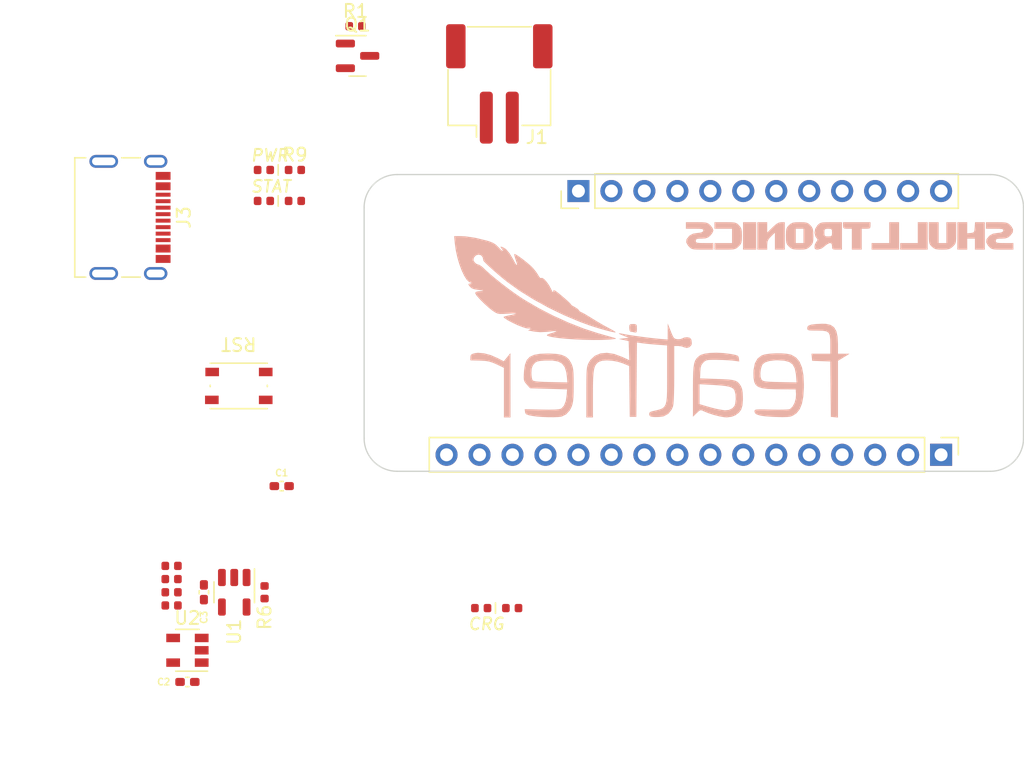
<source format=kicad_pcb>
(kicad_pcb (version 20211014) (generator pcbnew)
  (layers (0 "F.Cu" power) (1 "In1.Cu" signal) (2 "In2.Cu" signal) (31 "B.Cu" mixed) (34 "B.Paste" user) (35 "F.Paste" user) (36 "B.SilkS" user "B.Silkscreen") (37 "F.SilkS" user "F.Silkscreen") (38 "B.Mask" user) (39 "F.Mask" user) (44 "Edge.Cuts" user))
  (net 0 "")
  (net 1 "VBAT")
  (net 2 "GND")
  (net 3 "VCC")
  (net 4 "VDD")
  (net 5 "/~{EN}")
  (net 6 "/SCL")
  (net 7 "/SDA")
  (net 8 "/CC1")
  (net 9 "/USB_D+")
  (net 10 "/USB_D-")
  (net 11 "/CC2")
  (net 12 "/TX")
  (net 13 "/RX")
  (net 14 "/MISO")
  (net 15 "/MOSI")
  (net 16 "/SCK")
  (net 17 "/~{RST}")
  (net 18 "/D+")
  (net 19 "/D-")
  (net 20 "/PROG")
  (net 21 "Net-(R7-Pad2)")
  (net 25 "/STAT")
  (net 26 "Net-(R8-Pad2)")
  (net 28 "Net-(R9-Pad2)")
  (net 30 "/VREF")
  (net 31 "VUSB")
  (footprint "Shulltronics_Generics:C_0402_HandSolder" (layer "F.Cu") (at 119.7356 113.4618 -90)
    (fp_text reference "C3" (at 1.9304 0 90) (layer "F.SilkS") (effects (font (size 0.508 0.508) (thickness 0.1016))))
    (fp_text value "4013_Capacitor_1u_16V_0402" hide)
    (fp_line (start -0.115835 -0.36) (end 0.115835 -0.36) (layer "F.SilkS") (width 0.12))
    (fp_line (start -0.115835 0.36) (end 0.115835 0.36) (layer "F.SilkS") (width 0.12))
    (pad "1" smd roundrect locked (at -0.5675 0 270) (size 0.735 0.62) (layers "F.Cu" "F.Paste" "F.Mask") (net 2 "GND"))
    (pad "2" smd roundrect locked (at 0.5675 0 270) (size 0.735 0.62) (layers "F.Cu" "F.Paste" "F.Mask") (net 4 "VDD"))
  )
  (footprint "Shulltronics_Generics:C_0402_HandSolder" (layer "F.Cu") (at 125.73 105.283)
    (fp_text reference "C1" (at 0 -1.016) (layer "F.SilkS") (effects (font (size 0.508 0.508) (thickness 0.1016))))
    (fp_text value "4013_Capacitor_1u_16V_0402" hide)
    (fp_line (start -0.115835 0.36) (end 0.115835 0.36) (layer "F.SilkS") (width 0.12))
    (fp_line (start -0.115835 -0.36) (end 0.115835 -0.36) (layer "F.SilkS") (width 0.12))
    (pad "1" smd roundrect locked (at -0.5675 0) (size 0.735 0.62) (layers "F.Cu" "F.Paste" "F.Mask") (net 2 "GND"))
    (pad "2" smd roundrect locked (at 0.5675 0) (size 0.735 0.62) (layers "F.Cu" "F.Paste" "F.Mask") (net 1 "VBAT"))
  )
  (footprint "Shulltronics_Generics:SOT-23-3" (layer "F.Cu") (at 131.572 72.136)
    (fp_text reference "Q1" (at 0 -2.4) (layer "F.SilkS"))
    (fp_text value "4043_DMG3414_Nch_Mosfet_SOT23-3")
    (fp_line (start 0 1.56) (end 0.65 1.56) (layer "F.SilkS") (width 0.12))
    (fp_line (start 0 -1.56) (end -1.675 -1.56) (layer "F.SilkS") (width 0.12))
    (fp_line (start 0 1.56) (end -0.65 1.56) (layer "F.SilkS") (width 0.12))
    (fp_line (start 0 -1.56) (end 0.65 -1.56) (layer "F.SilkS") (width 0.12))
    (pad "1" smd roundrect (at -0.9375 -0.95) (size 1.475 0.6) (layers "F.Cu" "F.Paste" "F.Mask") (net 5 "/~{EN}"))
    (pad "2" smd roundrect (at -0.9375 0.95) (size 1.475 0.6) (layers "F.Cu" "F.Paste" "F.Mask") (net 2 "GND"))
    (pad "3" smd roundrect (at 0.9375 0) (size 1.475 0.6) (layers "F.Cu" "F.Paste" "F.Mask"))
  )
  (footprint "Shulltronics_ElectroMechanical:4012_PushButton_NO_SMD" (layer "F.Cu") (at 122.4788 97.6376 180)
    (fp_text reference "SW1" hide)
    (fp_text value "RST" (at 0.056 3.302 180 unlocked) (layer "F.SilkS"))
    (fp_line (start -2.144 1.822) (end 2.256 1.822) (layer "F.SilkS") (width 0.12))
    (fp_line (start -2.144 0.122) (end -2.144 0.022) (layer "F.SilkS") (width 0.12))
    (fp_line (start 2.256 -1.678) (end -2.144 -1.678) (layer "F.SilkS") (width 0.12))
    (fp_line (start 2.256 0.122) (end 2.256 0.022) (layer "F.SilkS") (width 0.12))
    (pad "1" smd rect (at 2.131 -1.003 180) (size 1.05 0.65) (layers "F.Cu" "F.Paste" "F.Mask") (net 2 "GND"))
    (pad "1" smd rect (at -2.019 -1.003 180) (size 1.05 0.65) (layers "F.Cu" "F.Paste" "F.Mask") (net 2 "GND"))
    (pad "2" smd rect (at -2.019 1.147 180) (size 1.05 0.65) (layers "F.Cu" "F.Paste" "F.Mask") (net 17 "/~{RST}"))
    (pad "2" smd rect (at 2.106 1.147 180) (size 1.05 0.65) (layers "F.Cu" "F.Paste" "F.Mask") (net 17 "/~{RST}"))
  )
  (footprint "Shulltronics_Generics:RES-0402" (layer "F.Cu") (at 126.746 83.312)
    (fp_text reference "R8" hide)
    (fp_text value "4038_Resistor_SMD_100_0.125W_1%")
    (pad "1" smd roundrect locked (at -0.485 0) (size 0.59 0.64) (layers "F.Cu" "F.Paste" "F.Mask"))
    (pad "2" smd roundrect locked (at 0.485 0) (size 0.59 0.64) (layers "F.Cu" "F.Paste" "F.Mask") (net 26 "Net-(R8-Pad2)"))
  )
  (footprint "Shulltronics_Connectors:3096_USBC_RA" (layer "F.Cu") (at 113.289751 84.582 -90)
    (fp_text reference "J3" (at 0 -4.9 90) (layer "F.SilkS"))
    (fp_text value "3096_USBC_RA_SMD")
    (fp_line (start -4.5974 2.661593) (end -4.5974 3.5052) (layer "F.SilkS") (width 0.12))
    (fp_line (start 4.5974 -0.117991) (end 4.5974 -1.541608) (layer "F.SilkS") (width 0.12))
    (fp_line (start -4.5974 -1.541608) (end -4.5974 -0.117991) (layer "F.SilkS") (width 0.12))
    (fp_line (start -4.5974 3.5052) (end 4.5974 3.5052) (layer "F.SilkS") (width 0.12))
    (fp_line (start 4.5974 3.5052) (end 4.5974 2.661593) (layer "F.SilkS") (width 0.12))
    (pad "" thru_hole oval (at -4.32 -2.7282 270) (size 0.9906 1.8034) (drill oval 0.6 1.4) (layers *.Cu *.Mask))
    (pad "" thru_hole oval (at 4.32 -2.7282 270) (size 0.9906 1.8034) (drill oval 0.6 1.4) (layers *.Cu *.Mask))
    (pad "" thru_hole oval (at 4.32 1.271801 270) (size 0.9906 2.2098) (drill oval 0.6 1.8) (layers *.Cu *.Mask))
    (pad "" thru_hole oval (at -4.32 1.271801 270) (size 0.9906 2.2098) (drill oval 0.6 1.8) (layers *.Cu *.Mask))
    (pad "A1/B12" smd rect (at -3.200001 -3.303199 270) (size 0.6096 1.143) (layers "F.Cu" "F.Paste" "F.Mask") (net 2 "GND"))
    (pad "A4/B9" smd rect (at -2.4 -3.303199 270) (size 0.6096 1.143) (layers "F.Cu" "F.Paste" "F.Mask") (net 31 "VUSB"))
    (pad "A5" smd rect (at -1.25 -3.303199 270) (size 0.3048 1.143) (layers "F.Cu" "F.Paste" "F.Mask") (net 8 "/CC1"))
    (pad "A6" smd rect (at -0.25 -3.303199 270) (size 0.3048 1.143) (layers "F.Cu" "F.Paste" "F.Mask") (net 9 "/USB_D+"))
    (pad "A7" smd rect (at 0.25 -3.303199 270) (size 0.3048 1.143) (layers "F.Cu" "F.Paste" "F.Mask") (net 10 "/USB_D-"))
    (pad "A8" smd rect (at 1.25 -3.303199 270) (size 0.3048 1.143) (layers "F.Cu" "F.Paste" "F.Mask"))
    (pad "B1/A12" smd rect (at 3.199999 -3.303199 270) (size 0.6096 1.143) (layers "F.Cu" "F.Paste" "F.Mask") (net 2 "GND"))
    (pad "B4/A9" smd rect (at 2.4 -3.303199 270) (size 0.6096 1.143) (layers "F.Cu" "F.Paste" "F.Mask") (net 31 "VUSB"))
    (pad "B5" smd rect (at 1.75006 -3.303199 270) (size 0.3048 1.143) (layers "F.Cu" "F.Paste" "F.Mask") (net 11 "/CC2"))
    (pad "B6" smd rect (at 0.750059 -3.303199 270) (size 0.3048 1.143) (layers "F.Cu" "F.Paste" "F.Mask") (net 9 "/USB_D+"))
    (pad "B7" smd rect (at -0.74994 -3.303199 270) (size 0.3048 1.143) (layers "F.Cu" "F.Paste" "F.Mask") (net 10 "/USB_D-"))
    (pad "B8" smd rect (at -1.749941 -3.303199 270) (size 0.3048 1.143) (layers "F.Cu" "F.Paste" "F.Mask"))
  )
  (footprint "Shulltronics_Generics:RES-0402" (layer "F.Cu") (at 131.4196 69.85)
    (fp_text reference "R1" (at 0 -1.17) (layer "F.SilkS"))
    (fp_text value "4017_Resistor_SMD_100k_0.125W_1%_1")
    (pad "1" smd roundrect locked (at -0.485 0) (size 0.59 0.64) (layers "F.Cu" "F.Paste" "F.Mask"))
    (pad "2" smd roundrect locked (at 0.485 0) (size 0.59 0.64) (layers "F.Cu" "F.Paste" "F.Mask"))
  )
  (footprint "Shulltronics_Generics:SOT-23-5" (layer "F.Cu") (at 122.0724 113.4618 -90)
    (fp_text reference "U1" (at 3.048 0 90) (layer "F.SilkS"))
    (fp_text value "4042_MCP73831_Battery_Charger")
    (fp_line (start 0 1.56) (end -0.8 1.56) (layer "F.SilkS") (width 0.12))
    (fp_line (start 0 -1.56) (end 0.8 -1.56) (layer "F.SilkS") (width 0.12))
    (fp_line (start 0 -1.56) (end -1.8 -1.56) (layer "F.SilkS") (width 0.12))
    (fp_line (start 0 1.56) (end 0.8 1.56) (layer "F.SilkS") (width 0.12))
    (pad "1" smd roundrect (at -1.1375 -0.95 270) (size 1.325 0.6) (layers "F.Cu" "F.Paste" "F.Mask") (net 25 "/STAT"))
    (pad "2" smd roundrect (at -1.1375 0 270) (size 1.325 0.6) (layers "F.Cu" "F.Paste" "F.Mask") (net 2 "GND"))
    (pad "3" smd roundrect (at -1.1375 0.95 270) (size 1.325 0.6) (layers "F.Cu" "F.Paste" "F.Mask") (net 1 "VBAT"))
    (pad "4" smd roundrect (at 1.1375 0.95 270) (size 1.325 0.6) (layers "F.Cu" "F.Paste" "F.Mask") (net 4 "VDD"))
    (pad "5" smd roundrect (at 1.1375 -0.95 270) (size 1.325 0.6) (layers "F.Cu" "F.Paste" "F.Mask") (net 20 "/PROG"))
  )
  (footprint "Shulltronics_Generics:LED_0402" (layer "F.Cu") (at 124.3584 80.9244)
    (fp_text reference "U5" hide)
    (fp_text value "PWR" (at 0.4572 -1.1176) (layer "F.SilkS") (effects (font (size 0.9144 0.9144) (thickness 0.1524) italic)))
    (fp_line (start 1.1 -0.4) (end 1.1 0.4) (layer "F.SilkS") (width 0.12))
    (pad "1" smd roundrect (at -0.485 0) (size 0.59 0.64) (layers "F.Cu" "F.Paste" "F.Mask") (net 28 "Net-(R9-Pad2)"))
    (pad "2" smd roundrect (at 0.485 0) (size 0.59 0.64) (layers "F.Cu" "F.Paste" "F.Mask") (net 2 "GND"))
  )
  (footprint "Shulltronics_Generics:RES-0402" (layer "F.Cu") (at 117.2464 111.4298)
    (fp_text reference "R4" hide)
    (fp_text value "4009_Resistor_SMD_5k1_0.10W_1%")
    (pad "1" smd roundrect locked (at -0.485 0) (size 0.59 0.64) (layers "F.Cu" "F.Paste" "F.Mask") (net 8 "/CC1"))
    (pad "2" smd roundrect locked (at 0.485 0) (size 0.59 0.64) (layers "F.Cu" "F.Paste" "F.Mask") (net 2 "GND"))
  )
  (footprint "Shulltronics_Generics:RES-0402" (layer "F.Cu") (at 143.487 114.681)
    (fp_text reference "R7" hide)
    (fp_text value "4038_Resistor_SMD_100_0.125W_1%")
    (pad "1" smd roundrect locked (at -0.485 0) (size 0.59 0.64) (layers "F.Cu" "F.Paste" "F.Mask") (net 25 "/STAT"))
    (pad "2" smd roundrect locked (at 0.485 0) (size 0.59 0.64) (layers "F.Cu" "F.Paste" "F.Mask") (net 21 "Net-(R7-Pad2)"))
  )
  (footprint "Shulltronics_Generics:LED_0402" (layer "F.Cu") (at 141.0994 114.681)
    (fp_text reference "U3" hide)
    (fp_text value "CRG" (at 0.391886 1.2192) (layer "F.SilkS") (effects (font (size 0.9144 0.9144) (thickness 0.1524) italic)))
    (fp_line (start 1.1 -0.4) (end 1.1 0.4) (layer "F.SilkS") (width 0.12))
    (pad "1" smd roundrect (at -0.485 0) (size 0.59 0.64) (layers "F.Cu" "F.Paste" "F.Mask") (net 4 "VDD"))
    (pad "2" smd roundrect (at 0.485 0) (size 0.59 0.64) (layers "F.Cu" "F.Paste" "F.Mask") (net 21 "Net-(R7-Pad2)"))
  )
  (footprint "Shulltronics_Connectors:4045_JST_PH_2pos_RA_SMD" (layer "F.Cu") (at 142.494 74.895)
    (fp_text reference "J1" (at 2.8956 3.5052) (layer "F.SilkS"))
    (fp_text value "4045_Connector_PH_2pos_RA_SMD")
    (fp_line (start -3.95 -1.7) (end -3.95 2.6) (layer "F.SilkS") (width 0.12))
    (fp_line (start 3.95 2.6) (end 1.76 2.6) (layer "F.SilkS") (width 0.12))
    (fp_line (start -2.45 -5) (end 2.45 -5) (layer "F.SilkS") (width 0.12))
    (fp_line (start -3.95 2.6) (end -1.76 2.6) (layer "F.SilkS") (width 0.12))
    (fp_line (start -1.76 2.6) (end -1.76 3.5) (layer "F.SilkS") (width 0.12))
    (fp_line (start 3.95 -1.7) (end 3.95 2.6) (layer "F.SilkS") (width 0.12))
    (pad "1" smd roundrect (at -1 2) (size 1 4) (layers "F.Cu" "F.Paste" "F.Mask") (net 2 "GND"))
    (pad "2" smd roundrect (at 1 2) (size 1 4) (layers "F.Cu" "F.Paste" "F.Mask") (net 1 "VBAT"))
    (pad "MP" smd roundrect (at 3.35 -3.5) (size 1.5 3.4) (layers "F.Cu" "F.Paste" "F.Mask") (roundrect_rratio 0.15625))
    (pad "MP" smd roundrect (at -3.35 -3.5) (size 1.5 3.4) (layers "F.Cu" "F.Paste" "F.Mask") (roundrect_rratio 0.15625))
  )
  (footprint "Shulltronics_Generics:C_0402_HandSolder" (layer "F.Cu") (at 118.4656 120.3706 180)
    (fp_text reference "C2" (at 1.8288 0) (layer "F.SilkS") (effects (font (size 0.508 0.508) (thickness 0.1016))))
    (fp_text value "4013_Capacitor_1u_16V_0402" hide)
    (fp_line (start -0.115835 -0.36) (end 0.115835 -0.36) (layer "F.SilkS") (width 0.12))
    (fp_line (start -0.115835 0.36) (end 0.115835 0.36) (layer "F.SilkS") (width 0.12))
    (pad "1" smd roundrect locked (at -0.5675 0 180) (size 0.735 0.62) (layers "F.Cu" "F.Paste" "F.Mask") (net 2 "GND"))
    (pad "2" smd roundrect locked (at 0.5675 0 180) (size 0.735 0.62) (layers "F.Cu" "F.Paste" "F.Mask") (net 3 "VCC"))
  )
  (footprint "Shulltronics_Regulators:3093_MIC5225_3v3_LDO" (layer "F.Cu") (at 118.4656 117.9322 180)
    (fp_text reference "U2" (at 0 2.4892) (layer "F.SilkS"))
    (fp_text value "3093_MIC5225_3v3" hide)
    (fp_line (start 0.9 -1.61) (end -1.55 -1.61) (layer "F.SilkS") (width 0.12))
    (fp_line (start -0.9 1.61) (end 0.9 1.61) (layer "F.SilkS") (width 0.12))
    (pad "1" smd rect locked (at -1.1 -0.95 180) (size 1.06 0.65) (layers "F.Cu" "F.Paste" "F.Mask") (net 4 "VDD"))
    (pad "2" smd rect locked (at -1.1 0 180) (size 1.06 0.65) (layers "F.Cu" "F.Paste" "F.Mask") (net 2 "GND"))
    (pad "3" smd rect locked (at -1.1 0.95 180) (size 1.06 0.65) (layers "F.Cu" "F.Paste" "F.Mask") (net 5 "/~{EN}"))
    (pad "4" smd rect locked (at 1.1 0.95 180) (size 1.06 0.65) (layers "F.Cu" "F.Paste" "F.Mask"))
    (pad "5" smd rect locked (at 1.1 -0.95 180) (size 1.06 0.65) (layers "F.Cu" "F.Paste" "F.Mask") (net 3 "VCC"))
  )
  (footprint "Shulltronics_Generics:LED_0402" (layer "F.Cu") (at 124.3584 83.312)
    (fp_text reference "U4" hide)
    (fp_text value "STAT" (at 0.544286 -1.1176) (layer "F.SilkS") (effects (font (size 0.9144 0.9144) (thickness 0.1524) italic)))
    (fp_line (start 1.1 -0.4) (end 1.1 0.4) (layer "F.SilkS") (width 0.12))
    (pad "1" smd roundrect (at -0.485 0) (size 0.59 0.64) (layers "F.Cu" "F.Paste" "F.Mask") (net 26 "Net-(R8-Pad2)"))
    (pad "2" smd roundrect (at 0.485 0) (size 0.59 0.64) (layers "F.Cu" "F.Paste" "F.Mask") (net 2 "GND"))
  )
  (footprint "Shulltronics_Generics:RES-0402" (layer "F.Cu") (at 124.4092 113.4618 90)
    (fp_text reference "R6" (at -1.9304 0 90) (layer "F.SilkS"))
    (fp_text value "4009_Resistor_SMD_5k1_0.10W_1%")
    (pad "1" smd roundrect locked (at -0.485 0 90) (size 0.59 0.64) (layers "F.Cu" "F.Paste" "F.Mask") (net 20 "/PROG"))
    (pad "2" smd roundrect locked (at 0.485 0 90) (size 0.59 0.64) (layers "F.Cu" "F.Paste" "F.Mask") (net 2 "GND"))
  )
  (footprint "Shulltronics_Connectors:4040_Header_12pos_2.54mm" (layer "F.Cu") (at 148.59 82.55 90)
    (fp_text reference "J4" hide)
    (fp_text value "4040_Header_Male_Vert_12pin_0.1in" hide)
    (fp_line (start -1.33 -1.33) (end 0 -1.33) (layer "F.SilkS") (width 0.12))
    (fp_line (start -1.33 29.27) (end 1.33 29.27) (layer "F.SilkS") (width 0.12))
    (fp_line (start -1.33 0) (end -1.33 -1.33) (layer "F.SilkS") (width 0.12))
    (fp_line (start 1.33 1.27) (end 1.33 29.27) (layer "F.SilkS") (width 0.12))
    (fp_line (start -1.33 1.27) (end 1.33 1.27) (layer "F.SilkS") (width 0.12))
    (fp_line (start -1.33 1.27) (end -1.33 29.27) (layer "F.SilkS") (width 0.12))
    (pad "1" thru_hole rect (at 0 0 90) (size 1.7 1.7) (drill 1) (layers *.Cu *.Mask) (net 1 "VBAT"))
    (pad "2" thru_hole oval (at 0 2.54 90) (size 1.7 1.7) (drill 1) (layers *.Cu *.Mask) (net 5 "/~{EN}"))
    (pad "3" thru_hole oval (at 0 5.08 90) (size 1.7 1.7) (drill 1) (layers *.Cu *.Mask) (net 31 "VUSB"))
    (pad "4" thru_hole oval (at 0 7.62 90) (size 1.7 1.7) (drill 1) (layers *.Cu *.Mask))
    (pad "5" thru_hole oval (at 0 10.16 90) (size 1.7 1.7) (drill 1) (layers *.Cu *.Mask))
    (pad "6" thru_hole oval (at 0 12.7 90) (size 1.7 1.7) (drill 1) (layers *.Cu *.Mask))
    (pad "7" thru_hole oval (at 0 15.24 90) (size 1.7 1.7) (drill 1) (layers *.Cu *.Mask))
    (pad "8" thru_hole oval (at 0 17.78 90) (size 1.7 1.7) (drill 1) (layers *.Cu *.Mask))
    (pad "9" thru_hole oval (at 0 20.32 90) (size 1.7 1.7) (drill 1) (layers *.Cu *.Mask))
    (pad "10" thru_hole oval (at 0 22.86 90) (size 1.7 1.7) (drill 1) (layers *.Cu *.Mask))
    (pad "11" thru_hole oval (at 0 25.4 90) (size 1.7 1.7) (drill 1) (layers *.Cu *.Mask) (net 6 "/SCL"))
    (pad "12" thru_hole oval (at 0 27.94 90) (size 1.7 1.7) (drill 1) (layers *.Cu *.Mask) (net 7 "/SDA"))
  )
  (footprint "Shulltronics_Generics:RES-0402" (layer "F.Cu") (at 117.2464 114.4778)
    (fp_text reference "R5" hide)
    (fp_text value "4009_Resistor_SMD_5k1_0.10W_1%")
    (pad "1" smd roundrect locked (at -0.485 0) (size 0.59 0.64) (layers "F.Cu" "F.Paste" "F.Mask") (net 11 "/CC2"))
    (pad "2" smd roundrect locked (at 0.485 0) (size 0.59 0.64) (layers "F.Cu" "F.Paste" "F.Mask") (net 2 "GND"))
  )
  (footprint "Shulltronics_Generics:RES-0402" (layer "F.Cu") (at 117.2464 112.4458 180)
    (fp_text reference "R3" hide)
    (fp_text value "4011_Resistor_SMD_27_0.125W_1%")
    (pad "1" smd roundrect locked (at -0.485 0 180) (size 0.59 0.64) (layers "F.Cu" "F.Paste" "F.Mask") (net 19 "/D-"))
    (pad "2" smd roundrect locked (at 0.485 0 180) (size 0.59 0.64) (layers "F.Cu" "F.Paste" "F.Mask") (net 10 "/USB_D-"))
  )
  (footprint "Shulltronics_Generics:RES-0402" (layer "F.Cu") (at 117.2464 113.4618)
    (fp_text reference "R2" hide)
    (fp_text value "4011_Resistor_SMD_27_0.125W_1%")
    (pad "1" smd roundrect locked (at -0.485 0) (size 0.59 0.64) (layers "F.Cu" "F.Paste" "F.Mask") (net 18 "/D+"))
    (pad "2" smd roundrect locked (at 0.485 0) (size 0.59 0.64) (layers "F.Cu" "F.Paste" "F.Mask") (net 9 "/USB_D+"))
  )
  (footprint "Shulltronics_Connectors:4039_Header_16pos_2.54mm" (layer "F.Cu") (at 176.53 102.87 -90)
    (fp_text reference "J2" hide)
    (fp_text value "4039_Header_Male_Vert_16pin_0.1in" hide)
    (fp_line (start -1.33 39.43) (end 1.33 39.43) (layer "F.SilkS") (width 0.12))
    (fp_line (start -1.33 1.27) (end -1.33 39.43) (layer "F.SilkS") (width 0.12))
    (fp_line (start 1.33 1.27) (end 1.33 39.43) (layer "F.SilkS") (width 0.12))
    (fp_line (start -1.33 1.27) (end 1.33 1.27) (layer "F.SilkS") (width 0.12))
    (fp_line (start -1.33 0) (end -1.33 -1.33) (layer "F.SilkS") (width 0.12))
    (fp_line (start -1.33 -1.33) (end 0 -1.33) (layer "F.SilkS") (width 0.12))
    (pad "1" thru_hole rect (at 0 0 270) (size 1.7 1.7) (drill 1) (layers *.Cu *.Mask))
    (pad "2" thru_hole oval (at 0 2.54 270) (size 1.7 1.7) (drill 1) (layers *.Cu *.Mask) (net 12 "/TX"))
    (pad "3" thru_hole oval (at 0 5.08 270) (size 1.7 1.7) (drill 1) (layers *.Cu *.Mask) (net 13 "/RX"))
    (pad "4" thru_hole oval (at 0 7.62 270) (size 1.7 1.7) (drill 1) (layers *.Cu *.Mask) (net 14 "/MISO"))
    (pad "5" thru_hole oval (at 0 10.16 270) (size 1.7 1.7) (drill 1) (layers *.Cu *.Mask) (net 15 "/MOSI"))
    (pad "6" thru_hole oval (at 0 12.7 270) (size 1.7 1.7) (drill 1) (layers *.Cu *.Mask) (net 16 "/SCK"))
    (pad "7" thru_hole oval (at 0 15.24 270) (size 1.7 1.7) (drill 1) (layers *.Cu *.Mask))
    (pad "8" thru_hole oval (at 0 17.78 270) (size 1.7 1.7) (drill 1) (layers *.Cu *.Mask))
    (pad "9" thru_hole oval (at 0 20.32 270) (size 1.7 1.7) (drill 1) (layers *.Cu *.Mask))
    (pad "10" thru_hole oval (at 0 22.86 270) (size 1.7 1.7) (drill 1) (layers *.Cu *.Mask))
    (pad "11" thru_hole oval (at 0 25.4 270) (size 1.7 1.7) (drill 1) (layers *.Cu *.Mask))
    (pad "12" thru_hole oval (at 0 27.94 270) (size 1.7 1.7) (drill 1) (layers *.Cu *.Mask))
    (pad "13" thru_hole oval (at 0 30.48 270) (size 1.7 1.7) (drill 1) (layers *.Cu *.Mask) (net 2 "GND"))
    (pad "14" thru_hole oval (at 0 33.02 270) (size 1.7 1.7) (drill 1) (layers *.Cu *.Mask) (net 30 "/VREF"))
    (pad "15" thru_hole oval (at 0 35.56 270) (size 1.7 1.7) (drill 1) (layers *.Cu *.Mask) (net 3 "VCC"))
    (pad "16" thru_hole oval (at 0 38.1 270) (size 1.7 1.7) (drill 1) (layers *.Cu *.Mask) (net 17 "/~{RST}"))
  )
  (footprint "Shulltronics_Generics:RES-0402" (layer "F.Cu") (at 126.746 80.9244)
    (fp_text reference "R9" (at 0 -1.17) (layer "F.SilkS"))
    (fp_text value "4038_Resistor_SMD_100_0.125W_1%")
    (pad "1" smd roundrect locked (at -0.485 0) (size 0.59 0.64) (layers "F.Cu" "F.Paste" "F.Mask") (net 3 "VCC"))
    (pad "2" smd roundrect locked (at 0.485 0) (size 0.59 0.64) (layers "F.Cu" "F.Paste" "F.Mask") (net 28 "Net-(R9-Pad2)"))
  )
  (footprint "Shulltronics_Generics:LOGO-feather" (layer "B.Cu") (at 154.2796 92.964 180)
    (fp_text reference "G***" hide)
    (fp_text value "LOGO" hide)
    (fp_poly (pts (xy 8.658993 -2.124758) (xy 9.114944 -2.206719) (xy 9.445784 -2.363127) (xy 9.670745 -2.609309) (xy 9.809058 -2.960595) (xy 9.879954 -3.432312) (xy 9.888813 -3.560606) (xy 9.904194 -3.893439) (xy 9.894883 -4.109452) (xy 9.848662 -4.260696) (xy 9.753315 -4.399223) (xy 9.669298 -4.495811) (xy 9.412308 -4.783667) (xy 7.989624 -4.826) (xy 6.566939 -4.868334) (xy 6.593164 -5.291635) (xy 6.662753 -5.755847) (xy 6.80137 -6.111268) (xy 6.998616 -6.332717) (xy 7.031036 -6.351982) (xy 7.197546 -6.395689) (xy 7.505766 -6.421429) (xy 7.964895 -6.429634) (xy 8.523462 -6.422185) (xy 9.828518 -6.392111) (xy 9.803759 -6.603659) (xy 9.772647 -6.721438) (xy 9.687227 -6.799782) (xy 9.508617 -6.859898) (xy 9.228667 -6.917318) (xy 8.902626 -6.960998) (xy 8.492482 -6.992073) (xy 8.047766 -7.009484) (xy 7.61801 -7.012172) (xy 7.252746 -6.999078) (xy 7.001506 -6.969143) (xy 6.985 -6.965293) (xy 6.638262 -6.794822) (xy 6.355102 -6.487187) (xy 6.208427 -6.200764) (xy 6.14438 -6.001484) (xy 6.10003 -5.769452) (xy 6.072227 -5.470658) (xy 6.057823 -5.07109) (xy 6.053667 -4.536738) (xy 6.053667 -4.529667) (xy 6.05464 -4.329574) (xy 6.543078 -4.329574) (xy 7.846788 -4.302621) (xy 8.365895 -4.288813) (xy 8.739268 -4.270443) (xy 8.990495 -4.244886) (xy 9.143163 -4.209519) (xy 9.22086 -4.161717) (xy 9.230619 -4.148667) (xy 9.277119 -3.994086) (xy 9.306673 -3.741026) (xy 9.312037 -3.581888) (xy 9.289712 -3.262561) (xy 9.206498 -3.03642) (xy 9.115868 -2.912542) (xy 8.997861 -2.794643) (xy 8.862316 -2.721514) (xy 8.662664 -2.678878) (xy 8.352336 -2.652459) (xy 8.248035 -2.646499) (xy 7.683527 -2.645411) (xy 7.257669 -2.720958) (xy 6.95189 -2.886881) (xy 6.747618 -3.156922) (xy 6.626283 -3.544822) (xy 6.581985 -3.879287) (xy 6.543078 -4.329574) (xy 6.05464 -4.329574) (xy 6.056131 -4.023192) (xy 6.066106 -3.651324) (xy 6.087467 -3.379377) (xy 6.124092 -3.172662) (xy 6.179854 -2.996492) (xy 6.240866 -2.854199) (xy 6.417275 -2.56102) (xy 6.651786 -2.349936) (xy 6.970178 -2.210279) (xy 7.398231 -2.13138) (xy 7.961722 -2.102573) (xy 8.0587 -2.101915)) (layer "B.SilkS") (width 0) (fill solid))
    (fp_poly (pts (xy 15.210251 6.36094) (xy 15.13588 5.830328) (xy 15.015931 5.289011) (xy 14.861308 4.765103) (xy 14.682915 4.28672) (xy 14.491656 3.881978) (xy 14.298435 3.578991) (xy 14.114157 3.405874) (xy 14.054667 3.381388) (xy 13.910865 3.340233) (xy 13.925143 3.315078) (xy 14.029747 3.293758) (xy 14.154193 3.261) (xy 14.160173 3.19606) (xy 14.062822 3.057375) (xy 13.932992 2.934271) (xy 13.740794 2.855351) (xy 13.437109 2.801982) (xy 13.368075 2.793793) (xy 13.108431 2.759374) (xy 13.017023 2.73388) (xy 13.093005 2.717038) (xy 13.123334 2.714967) (xy 13.430382 2.687698) (xy 13.602517 2.636423) (xy 13.64232 2.5403) (xy 13.552371 2.378488) (xy 13.335252 2.130145) (xy 13.21185 2.000323) (xy 12.916452 1.708953) (xy 12.609525 1.432549) (xy 12.345292 1.219268) (xy 12.282011 1.174495) (xy 12.082371 1.046843) (xy 11.917592 0.97304) (xy 11.733549 0.942445) (xy 11.476115 0.944417) (xy 11.197167 0.961209) (xy 10.877642 0.978717) (xy 10.634921 0.984811) (xy 10.508294 0.978782) (xy 10.498667 0.973806) (xy 10.574524 0.941282) (xy 10.772347 0.890092) (xy 11.01883 0.837519) (xy 11.296562 0.778766) (xy 11.432515 0.732584) (xy 11.451879 0.683366) (xy 11.379849 0.615507) (xy 11.378663 0.614614) (xy 11.111394 0.442163) (xy 10.766132 0.258341) (xy 10.390216 0.084057) (xy 10.030984 -0.059778) (xy 9.735773 -0.152256) (xy 9.59038 -0.175284) (xy 9.401225 -0.185818) (xy 9.365233 -0.212903) (xy 9.440334 -0.254) (xy 9.552478 -0.312687) (xy 9.557723 -0.332716) (xy 9.451324 -0.350685) (xy 9.235393 -0.390222) (xy 9.071302 -0.421064) (xy 8.627106 -0.460773) (xy 8.104737 -0.4359) (xy 8.024166 -0.426532) (xy 7.722395 -0.39307) (xy 7.494132 -0.376092) (xy 7.383768 -0.378765) (xy 7.380511 -0.380601) (xy 7.434175 -0.419473) (xy 7.605595 -0.482565) (xy 7.717591 -0.516405) (xy 8.002764 -0.607376) (xy 8.12555 -0.6787) (xy 8.084269 -0.74048) (xy 7.877239 -0.80282) (xy 7.662672 -0.846603) (xy 7.196139 -0.91519) (xy 6.60543 -0.972792) (xy 5.935453 -1.017637) (xy 5.231114 -1.047956) (xy 4.537319 -1.061977) (xy 3.898977 -1.057929) (xy 3.360993 -1.034041) (xy 3.217334 -1.021914) (xy 2.934441 -0.991258) (xy 2.802346 -0.965323) (xy 2.802968 -0.936433) (xy 2.918227 -0.896913) (xy 2.921 -0.896125) (xy 3.101508 -0.844849) (xy 3.402179 -0.759363) (xy 3.780311 -0.651809) (xy 4.170982 -0.540656) (xy 5.266183 -0.18506) (xy 6.428116 0.27159) (xy 7.607877 0.806648) (xy 8.756563 1.397468) (xy 9.825268 2.021402) (xy 10.143509 2.2251) (xy 10.591767 2.532027) (xy 11.08521 2.891512) (xy 11.589881 3.276788) (xy 12.071818 3.661086) (xy 12.497061 4.017639) (xy 12.83165 4.319679) (xy 12.949442 4.436768) (xy 13.146297 4.614635) (xy 13.318683 4.724347) (xy 13.38082 4.741333) (xy 13.539649 4.800232) (xy 13.673978 4.91101) (xy 13.776568 5.071291) (xy 13.753123 5.240877) (xy 13.731249 5.29201) (xy 13.585781 5.455686) (xy 13.386304 5.514661) (xy 13.193802 5.467015) (xy 13.069931 5.312833) (xy 13.024732 5.14247) (xy 13.019593 5.065731) (xy 12.965736 4.986273) (xy 12.805349 4.821073) (xy 12.562703 4.591928) (xy 12.262066 4.320637) (xy 11.92771 4.028997) (xy 11.583903 3.738808) (xy 11.254917 3.471867) (xy 11.176 3.409893) (xy 10.225521 2.727871) (xy 9.147662 2.056536) (xy 7.984002 1.417839) (xy 6.776118 0.833731) (xy 5.56559 0.326163) (xy 4.826 0.057505) (xy 4.40908 -0.078265) (xy 3.983147 -0.206851) (xy 3.580296 -0.319752) (xy 3.232623 -0.40847) (xy 2.972223 -0.464504) (xy 2.831191 -0.479357) (xy 2.816966 -0.474522) (xy 2.866218 -0.42022) (xy 3.033358 -0.314376) (xy 3.283629 -0.178748) (xy 3.314599 -0.163017) (xy 3.624071 0.002886) (xy 4.01401 0.225773) (xy 4.42306 0.470111) (xy 4.639928 0.604527) (xy 4.966109 0.8055) (xy 5.242461 0.967389) (xy 5.436194 1.071507) (xy 5.510418 1.100666) (xy 5.610551 1.16793) (xy 5.63954 1.221127) (xy 5.741884 1.334491) (xy 5.934429 1.458613) (xy 5.975549 1.479099) (xy 6.162666 1.583879) (xy 6.260972 1.670118) (xy 6.265334 1.6838) (xy 6.326405 1.762722) (xy 6.491385 1.923017) (xy 6.732923 2.139077) (xy 6.942667 2.317964) (xy 7.245265 2.567555) (xy 7.442771 2.71748) (xy 7.557314 2.779829) (xy 7.61102 2.76669) (xy 7.625981 2.691303) (xy 7.645364 2.612144) (xy 7.700906 2.672648) (xy 7.800222 2.878666) (xy 7.943057 3.146515) (xy 8.117136 3.395575) (xy 8.294658 3.59532) (xy 8.447821 3.715226) (xy 8.548826 3.724766) (xy 8.55942 3.712249) (xy 8.631262 3.713824) (xy 8.742425 3.858924) (xy 8.790092 3.945359) (xy 8.952602 4.194904) (xy 9.182018 4.472524) (xy 9.327513 4.621365) (xy 9.576675 4.842471) (xy 9.856317 5.06953) (xy 10.134071 5.279001) (xy 10.377571 5.447344) (xy 10.554446 5.551019) (xy 10.63055 5.569006) (xy 10.628476 5.473139) (xy 10.577919 5.276045) (xy 10.541904 5.167229) (xy 10.444504 4.864449) (xy 10.417709 4.713996) (xy 10.458483 4.715714) (xy 10.563785 4.86945) (xy 10.730577 5.17505) (xy 10.7315 5.176843) (xy 10.988609 5.610963) (xy 11.239501 5.909194) (xy 11.337638 5.987696) (xy 11.534782 6.09952) (xy 11.661593 6.134458) (xy 11.690192 6.091976) (xy 11.614856 5.992989) (xy 11.52612 5.856171) (xy 11.514896 5.8039) (xy 11.564613 5.811914) (xy 11.693232 5.923732) (xy 11.832396 6.070637) (xy 12.048206 6.283312) (xy 12.27828 6.430146) (xy 12.586874 6.548117) (xy 12.742334 6.594272) (xy 13.6291 6.810285) (xy 14.401873 6.924173) (xy 14.802041 6.942666) (xy 15.264316 6.942666)) (layer "B.SilkS") (width 0) (fill solid))
    (fp_poly (pts (xy -9.059376 -2.114504) (xy -8.680394 -2.169955) (xy -8.43229 -2.245566) (xy -8.114285 -2.486742) (xy -7.904303 -2.857492) (xy -7.802082 -3.358373) (xy -7.791193 -3.613988) (xy -7.803608 -4.005775) (xy -7.857063 -4.305553) (xy -7.971163 -4.525617) (xy -8.165514 -4.678261) (xy -8.459722 -4.775779) (xy -8.873392 -4.830467) (xy -9.42613 -4.854619) (xy -9.776907 -4.859204) (xy -11.049 -4.868334) (xy -11.074945 -5.226322) (xy -11.054086 -5.576577) (xy -10.956396 -5.915594) (xy -10.803159 -6.196176) (xy -10.615657 -6.37113) (xy -10.546303 -6.398568) (xy -10.384684 -6.416201) (xy -10.091089 -6.42693) (xy -9.702759 -6.430157) (xy -9.256934 -6.425287) (xy -9.100812 -6.42173) (xy -8.62304 -6.410105) (xy -8.288873 -6.406267) (xy -8.072643 -6.41348) (xy -7.948681 -6.435007) (xy -7.891319 -6.474112) (xy -7.874889 -6.534057) (xy -7.874 -6.577691) (xy -7.919213 -6.709235) (xy -8.065176 -6.811607) (xy -8.327371 -6.888712) (xy -8.721281 -6.944455) (xy -9.26239 -6.982742) (xy -9.525 -6.994099) (xy -10.024434 -7.005962) (xy -10.385311 -6.996943) (xy -10.637335 -6.965175) (xy -10.799197 -6.913974) (xy -11.11703 -6.705659) (xy -11.358863 -6.398555) (xy -11.529883 -5.978377) (xy -11.635275 -5.430842) (xy -11.680225 -4.741665) (xy -11.682677 -4.480398) (xy -11.674973 -4.330573) (xy -11.115526 -4.330573) (xy -9.826426 -4.30312) (xy -9.328332 -4.290754) (xy -8.972083 -4.275735) (xy -8.730193 -4.254242) (xy -8.575177 -4.222453) (xy -8.47955 -4.176548) (xy -8.415828 -4.112705) (xy -8.411006 -4.106334) (xy -8.341471 -3.905029) (xy -8.328988 -3.612468) (xy -8.368902 -3.295086) (xy -8.456559 -3.019317) (xy -8.491729 -2.954216) (xy -8.685047 -2.792584) (xy -9.01972 -2.682244) (xy -9.473891 -2.629387) (xy -9.652 -2.625611) (xy -10.170947 -2.656113) (xy -10.550583 -2.758921) (xy -10.811628 -2.95099) (xy -10.974804 -3.249277) (xy -11.060831 -3.670735) (xy -11.071934 -3.787516) (xy -11.115526 -4.330573) (xy -11.674973 -4.330573) (xy -11.645282 -3.753135) (xy -11.533389 -3.170678) (xy -11.342969 -2.72386) (xy -11.069993 -2.403515) (xy -10.710433 -2.200475) (xy -10.675201 -2.188149) (xy -10.363721 -2.12267) (xy -9.95477 -2.089486) (xy -9.502078 -2.087223)) (layer "B.SilkS") (width 0) (fill solid))
    (fp_poly (pts (xy -1.185333 -1.026254) (xy -0.5715 -0.974009) (xy -0.159634 -0.933415) (xy 0.328961 -0.876743) (xy 0.848915 -0.81015) (xy 1.354859 -0.739794) (xy 1.801425 -0.671833) (xy 2.143243 -0.612424) (xy 2.241371 -0.592236) (xy 2.495932 -0.54493) (xy 2.590655 -0.549616) (xy 2.52584 -0.603243) (xy 2.301787 -0.702761) (xy 2.227644 -0.731866) (xy 1.820334 -0.889) (xy 2.582334 -0.98105) (xy 2.201334 -1.064495) (xy 1.820334 -1.147941) (xy 1.795913 -1.883378) (xy 1.771493 -2.618815) (xy 2.329643 -2.357625) (xy 2.936223 -2.13461) (xy 3.497464 -2.047994) (xy 3.998047 -2.09521) (xy 4.422649 -2.273688) (xy 4.755951 -2.580859) (xy 4.885796 -2.78615) (xy 4.94833 -2.913726) (xy 4.995782 -3.040942) (xy 5.030228 -3.192454) (xy 5.053742 -3.39292) (xy 5.068401 -3.666994) (xy 5.076279 -4.039332) (xy 5.079452 -4.534591) (xy 5.08 -5.093317) (xy 5.08 -7.027334) (xy 4.572 -7.027334) (xy 4.572 -5.246614) (xy 4.568566 -4.566014) (xy 4.555585 -4.032865) (xy 4.529042 -3.625373) (xy 4.484922 -3.321747) (xy 4.419209 -3.100193) (xy 4.327887 -2.938919) (xy 4.206942 -2.816133) (xy 4.111464 -2.747243) (xy 3.863875 -2.66165) (xy 3.506488 -2.634178) (xy 3.087276 -2.661455) (xy 2.654215 -2.740112) (xy 2.25528 -2.866779) (xy 2.224034 -2.879842) (xy 1.781069 -3.069301) (xy 1.758368 -5.027151) (xy 1.735667 -6.985) (xy 1.227667 -6.985) (xy 1.205365 -4.119711) (xy 1.183062 -1.254423) (xy 0.739698 -1.317068) (xy 0.435958 -1.353654) (xy 0.041337 -1.392688) (xy -0.366015 -1.426536) (xy -0.423333 -1.43069) (xy -1.143 -1.481667) (xy -1.143 -3.686928) (xy -1.143472 -4.417899) (xy -1.139669 -4.998775) (xy -1.123765 -5.448758) (xy -1.087931 -5.78705) (xy -1.024339 -6.032852) (xy -0.925162 -6.205366) (xy -0.782573 -6.323794) (xy -0.588743 -6.407337) (xy -0.335845 -6.475196) (xy -0.016052 -6.546574) (xy 0.026663 -6.556169) (xy 0.199442 -6.627118) (xy 0.242461 -6.756411) (xy 0.23833 -6.797493) (xy 0.199625 -6.911322) (xy 0.095461 -6.970832) (xy -0.11927 -6.996366) (xy -0.211666 -7.00043) (xy -0.521398 -6.993916) (xy -0.805959 -6.959421) (xy -0.893665 -6.938785) (xy -1.230827 -6.753109) (xy -1.489941 -6.432584) (xy -1.596938 -6.189199) (xy -1.631088 -5.993629) (xy -1.65811 -5.636783) (xy -1.677696 -5.126584) (xy -1.689537 -4.470952) (xy -1.693333 -3.712699) (xy -1.693333 -1.524) (xy -1.990815 -1.524) (xy -2.242877 -1.552484) (xy -2.444063 -1.621402) (xy -2.450209 -1.625115) (xy -2.666155 -1.678318) (xy -2.875951 -1.61002) (xy -3.019158 -1.450959) (xy -3.048 -1.321073) (xy -3.016504 -1.041835) (xy -2.906736 -0.893483) (xy -2.695772 -0.846874) (xy -2.674875 -0.846667) (xy -2.457305 -0.873339) (xy -2.313731 -0.937469) (xy -2.313699 -0.937501) (xy -2.172743 -0.992458) (xy -1.954156 -1.002347) (xy -1.938654 -1.001001) (xy -1.788678 -0.975727) (xy -1.681708 -0.911272) (xy -1.588445 -0.772393) (xy -1.479593 -0.523847) (xy -1.42324 -0.381) (xy -1.192039 0.211666)) (layer "B.SilkS") (width 0) (fill solid))
    (fp_poly (pts (xy 1.680279 0.156227) (xy 1.761731 0.08228) (xy 1.777963 -0.104445) (xy 1.778 -0.127) (xy 1.750454 -0.339362) (xy 1.676582 -0.424256) (xy 1.672167 -0.42449) (xy 1.508828 -0.446338) (xy 1.375834 -0.476698) (xy 1.25516 -0.493178) (xy 1.200227 -0.429361) (xy 1.185648 -0.245604) (xy 1.185334 -0.179208) (xy 1.193584 0.041736) (xy 1.245626 0.141517) (xy 1.382394 0.168282) (xy 1.481667 0.169333)) (layer "B.SilkS") (width 0) (fill solid))
    (fp_poly (pts (xy -12.610794 0.169061) (xy -12.278362 0.130421) (xy -12.07034 0.06852) (xy -11.964434 -0.022935) (xy -11.938 -0.134442) (xy -11.945095 -0.231804) (xy -11.988283 -0.291948) (xy -12.100418 -0.323833) (xy -12.314354 -0.336419) (xy -12.662944 -0.338665) (xy -12.686878 -0.338667) (xy -13.115988 -0.347575) (xy -13.405658 -0.392758) (xy -13.583184 -0.501903) (xy -13.675862 -0.702696) (xy -13.71099 -1.022826) (xy -13.716 -1.3825) (xy -13.716 -2.116667) (xy -12.265938 -2.116667) (xy -12.292469 -2.391834) (xy -12.319 -2.667) (xy -13.016053 -2.691568) (xy -13.713107 -2.716135) (xy -13.73572 -4.850568) (xy -13.758333 -6.985) (xy -14.0335 -7.011531) (xy -14.308666 -7.038062) (xy -14.308666 -2.665478) (xy -14.753166 -2.393928) (xy -15.197666 -2.122377) (xy -14.308666 -2.116667) (xy -14.308666 -1.394281) (xy -14.279312 -0.818009) (xy -14.183621 -0.387045) (xy -14.010152 -0.086507) (xy -13.747461 0.098485) (xy -13.384107 0.182813) (xy -13.08993 0.190732)) (layer "B.SilkS") (width 0) (fill solid))
    (fp_poly (pts (xy -4.461023 -2.057447) (xy -4.047281 -2.111964) (xy -3.747221 -2.203497) (xy -3.667899 -2.249685) (xy -3.509098 -2.376395) (xy -3.385121 -2.510354) (xy -3.291692 -2.673463) (xy -3.224535 -2.887625) (xy -3.179375 -3.174743) (xy -3.151935 -3.556717) (xy -3.137942 -4.055452) (xy -3.133118 -4.692848) (xy -3.132798 -4.990776) (xy -3.132666 -6.975884) (xy -3.419288 -6.698079) (xy -3.600134 -6.532983) (xy -3.72313 -6.471691) (xy -3.848624 -6.496754) (xy -3.948455 -6.545073) (xy -4.291322 -6.691554) (xy -4.713946 -6.829667) (xy -5.152583 -6.942312) (xy -5.543485 -7.01239) (xy -5.745085 -7.027017) (xy -6.126962 -6.976477) (xy -6.4089 -6.861726) (xy -6.678413 -6.660595) (xy -6.852194 -6.424797) (xy -6.947655 -6.114555) (xy -6.982207 -5.690092) (xy -6.982798 -5.617319) (xy -6.429999 -5.617319) (xy -6.389787 -5.965801) (xy -6.335841 -6.135598) (xy -6.167538 -6.32442) (xy -5.899474 -6.448225) (xy -5.597115 -6.479071) (xy -5.545666 -6.472847) (xy -5.343423 -6.439854) (xy -5.091134 -6.397862) (xy -5.086153 -6.397025) (xy -4.853978 -6.347237) (xy -4.532811 -6.265169) (xy -4.218319 -6.176195) (xy -3.640666 -6.004163) (xy -3.640666 -4.468622) (xy -4.677833 -4.526089) (xy -5.239775 -4.563672) (xy -5.656531 -4.609416) (xy -5.952239 -4.669623) (xy -6.151034 -4.750593) (xy -6.277055 -4.858631) (xy -6.337525 -4.959433) (xy -6.41262 -5.252639) (xy -6.429999 -5.617319) (xy -6.982798 -5.617319) (xy -6.98335 -5.54939) (xy -6.968998 -5.135822) (xy -6.923242 -4.844515) (xy -6.838465 -4.630077) (xy -6.82532 -4.607374) (xy -6.708219 -4.430227) (xy -6.581972 -4.299779) (xy -6.418782 -4.207774) (xy -6.190851 -4.14596) (xy -5.870384 -4.106083) (xy -5.429581 -4.079889) (xy -4.995333 -4.064) (xy -3.683 -4.021667) (xy -3.700766 -3.518992) (xy -3.725887 -3.20408) (xy -3.787351 -2.995495) (xy -3.905534 -2.830985) (xy -3.936331 -2.799325) (xy -4.047163 -2.699594) (xy -4.163756 -2.636786) (xy -4.32608 -2.603011) (xy -4.574104 -2.590378) (xy -4.947797 -2.590997) (xy -4.989357 -2.591437) (xy -5.409049 -2.601669) (xy -5.820413 -2.621273) (xy -6.157196 -2.646752) (xy -6.262607 -2.658647) (xy -6.70063 -2.716753) (xy -6.673482 -2.48021) (xy -6.648868 -2.358244) (xy -6.584902 -2.278002) (xy -6.445024 -2.220387) (xy -6.192678 -2.166306) (xy -6.011333 -2.134352) (xy -5.480351 -2.066805) (xy -4.951148 -2.041782)) (layer "B.SilkS") (width 0) (fill solid))
    (fp_poly (pts (xy 13.689226 -2.079198) (xy 13.902371 -2.149462) (xy 13.994284 -2.248027) (xy 14.012334 -2.395416) (xy 14.012334 -2.631832) (xy 13.292667 -2.650588) (xy 12.886528 -2.671635) (xy 12.574433 -2.721001) (xy 12.281493 -2.815409) (xy 12.0015 -2.938891) (xy 11.43 -3.208437) (xy 11.43 -7.027334) (xy 10.922 -7.027334) (xy 10.927678 -2.074334) (xy 11.184254 -2.388346) (xy 11.44083 -2.702359) (xy 11.922248 -2.451001) (xy 12.443081 -2.225743) (xy 12.957824 -2.087725) (xy 13.421737 -2.046361)) (layer "B.SilkS") (width 0) (fill solid))
  )
  (footprint "Shulltronics_Generics:Shulltronics_Logo" (layer "B.Cu") (at 170.2308 85.9536 180)
    (fp_text reference "REF**" hide)
    (fp_text value "Shulltronics_Logo" hide)
    (fp_poly (pts (xy 13.361025 0.497111) (xy 12.677483 0.497111) (xy 12.338008 0.493209) (xy 12.136101 0.47673) (xy 12.040088 0.440513) (xy 12.01829 0.377396) (xy 12.022078 0.348944) (xy 12.084806 0.252185) (xy 12.250992 0.197243) (xy 12.472786 0.174473) (xy 12.802497 0.122994) (xy 13.042773 -0.000497) (xy 13.128192 -0.074201) (xy 13.31516 -0.317546) (xy 13.339041 -0.551181) (xy 13.2 -0.8) (xy 13.133518 -0.87409) (xy 13.020194 -0.983256) (xy 12.906512 -1.052534) (xy 12.752149 -1.09097) (xy 12.51678 -1.107613) (xy 12.160081 -1.11151) (xy 12.075184 -1.111556) (xy 11.244358 -1.111556) (xy 11.244358 -0.603556) (xy 11.921692 -0.603556) (xy 12.259168 -0.600021) (xy 12.461426 -0.583738) (xy 12.562527 -0.546192) (xy 12.596532 -0.478869) (xy 12.599025 -0.434223) (xy 12.577604 -0.334162) (xy 12.485992 -0.283352) (xy 12.283163 -0.266) (xy 12.159158 -0.264889) (xy 11.862018 -0.246835) (xy 11.657602 -0.17603) (xy 11.481824 -0.037382) (xy 11.326048 0.15628) (xy 11.246864 0.341623) (xy 11.244358 0.370111) (xy 11.302963 0.544328) (xy 11.447406 0.74273) (xy 11.481824 0.777604) (xy 11.602656 0.883111) (xy 11.725689 0.949724) (xy 11.89228 0.986335) (xy 12.143786 1.001833) (xy 12.521564 1.005108) (xy 12.540158 1.005111) (xy 13.361025 1.005111)) (layer "B.SilkS") (width 0) (fill solid))
    (fp_poly (pts (xy 1.253692 0.751111) (xy 1.240318 0.588244) (xy 1.167845 0.515843) (xy 0.987747 0.497512) (xy 0.915025 0.497111) (xy 0.576358 0.497111) (xy 0.576358 -1.111556) (xy -0.185642 -1.111556) (xy -0.185642 0.497111) (xy -0.524308 0.497111) (xy -0.741464 0.507141) (xy -0.837999 0.561496) (xy -0.862441 0.696569) (xy -0.862975 0.751111) (xy -0.862975 1.005111) (xy 1.253692 1.005111)) (layer "B.SilkS") (width 0) (fill solid))
    (fp_poly (pts (xy -2.302308 -0.603556) (xy -0.947642 -0.603556) (xy -0.947642 -1.111556) (xy -3.064308 -1.111556) (xy -3.064308 1.005111) (xy -2.302308 1.005111)) (layer "B.SilkS") (width 0) (fill solid))
    (fp_poly (pts (xy 4.914914 0.997818) (xy 5.127422 0.96595) (xy 5.280311 0.894522) (xy 5.418892 0.777604) (xy 5.544634 0.641406) (xy 5.616075 0.500259) (xy 5.648278 0.301468) (xy 5.656304 -0.007667) (xy 5.656358 -0.053223) (xy 5.650167 -0.378621) (xy 5.621552 -0.587543) (xy 5.555451 -0.732688) (xy 5.436802 -0.866753) (xy 5.418892 -0.884049) (xy 5.267662 -1.009147) (xy 5.107025 -1.077976) (xy 4.879902 -1.106666) (xy 4.613788 -1.111556) (xy 4.295069 -1.10371) (xy 4.087212 -1.068739) (xy 3.93204 -0.989492) (xy 3.792921 -0.869556) (xy 3.656836 -0.724553) (xy 3.592745 -0.603556) (xy 4.301692 -0.603556) (xy 4.894358 -0.603556) (xy 4.894358 0.497111) (xy 4.301692 0.497111) (xy 4.301692 -0.603556) (xy 3.592745 -0.603556) (xy 3.580698 -0.580812) (xy 3.547369 -0.382777) (xy 3.539709 -0.074888) (xy 3.539692 -0.048689) (xy 3.547517 0.274706) (xy 3.581402 0.485107) (xy 3.656958 0.638529) (xy 3.767199 0.767645) (xy 3.90482 0.894358) (xy 4.047764 0.965853) (xy 4.249534 0.997606) (xy 4.56363 1.005095) (xy 4.588066 1.005111)) (layer "B.SilkS") (width 0) (fill solid))
    (fp_poly (pts (xy 2.55352 1.002614) (xy 2.808858 0.989092) (xy 2.975521 0.955497) (xy 3.093834 0.892781) (xy 3.204121 0.791897) (xy 3.227518 0.767645) (xy 3.401868 0.490544) (xy 3.455361 0.183106) (xy 3.382916 -0.09874) (xy 3.314903 -0.194722) (xy 3.221252 -0.323739) (xy 3.250986 -0.428896) (xy 3.314903 -0.504389) (xy 3.4237 -0.708657) (xy 3.455025 -0.885389) (xy 3.430395 -1.046208) (xy 3.321504 -1.105411) (xy 3.200254 -1.111556) (xy 2.907188 -1.028757) (xy 2.679697 -0.857556) (xy 2.479703 -0.699287) (xy 2.300802 -0.610509) (xy 2.257134 -0.603556) (xy 2.140751 -0.649949) (xy 2.101128 -0.81417) (xy 2.100358 -0.857556) (xy 2.089314 -1.013744) (xy 2.025544 -1.08772) (xy 1.863094 -1.11012) (xy 1.719358 -1.111556) (xy 1.338358 -1.111556) (xy 1.338358 0.200777) (xy 2.100358 0.200777) (xy 2.113465 0.002166) (xy 2.187411 -0.079287) (xy 2.374136 -0.095519) (xy 2.396692 -0.095556) (xy 2.595303 -0.082449) (xy 2.676756 -0.008503) (xy 2.692988 0.178222) (xy 2.693025 0.200777) (xy 2.679918 0.399389) (xy 2.605972 0.480842) (xy 2.419247 0.497074) (xy 2.396692 0.497111) (xy 2.19808 0.484004) (xy 2.116627 0.410058) (xy 2.100395 0.223333) (xy 2.100358 0.200777) (xy 1.338358 0.200777) (xy 1.338358 1.005111) (xy 2.169184 1.005111)) (layer "B.SilkS") (width 0) (fill solid))
    (fp_poly (pts (xy -6.704975 -0.603556) (xy -6.112308 -0.603556) (xy -6.112308 1.005111) (xy -5.350308 1.005111) (xy -5.350308 0.174285) (xy -5.352805 -0.210051) (xy -5.366327 -0.465389) (xy -5.399922 -0.632052) (xy -5.462638 -0.750365) (xy -5.563522 -0.860652) (xy -5.587775 -0.884049) (xy -5.739004 -1.009147) (xy -5.899642 -1.077976) (xy -6.126765 -1.106666) (xy -6.392879 -1.111556) (xy -6.711598 -1.10371) (xy -6.919455 -1.068739) (xy -7.074627 -0.989492) (xy -7.213746 -0.869556) (xy -7.330769 -0.750194) (xy -7.404727 -0.635716) (xy -7.445492 -0.48487) (xy -7.462933 -0.256401) (xy -7.466923 0.090943) (xy -7.466975 0.188777) (xy -7.466975 1.005111) (xy -6.704975 1.005111)) (layer "B.SilkS") (width 0) (fill solid))
    (fp_poly (pts (xy 8.958358 -1.111556) (xy 7.942358 -1.111556) (xy 7.942358 1.005111) (xy 8.958358 1.005111)) (layer "B.SilkS") (width 0) (fill solid))
    (fp_poly (pts (xy -8.889781 0.602944) (xy -8.866472 0.3593) (xy -8.815253 0.237045) (xy -8.702532 0.188331) (xy -8.588808 0.174246) (xy -8.313642 0.147715) (xy -8.313642 1.005111) (xy -7.551642 1.005111) (xy -7.551642 -1.111556) (xy -8.313642 -1.111556) (xy -8.313642 -0.264889) (xy -8.906308 -0.264889) (xy -8.906308 -1.111556) (xy -9.668308 -1.111556) (xy -9.668308 1.005111) (xy -8.915586 1.005111)) (layer "B.SilkS") (width 0) (fill solid))
    (fp_poly (pts (xy 6.206519 0.972662) (xy 6.407669 0.858062) (xy 6.660669 0.635431) (xy 6.690617 0.606127) (xy 7.095692 0.207143) (xy 7.095692 1.005111) (xy 7.857692 1.005111) (xy 7.857692 -1.111556) (xy 7.095692 -1.111556) (xy 7.095692 -0.747165) (xy 7.072759 -0.490666) (xy 6.979641 -0.293939) (xy 6.799358 -0.095556) (xy 6.503025 0.191662) (xy 6.503025 -1.111556) (xy 5.741025 -1.111556) (xy 5.741025 1.005111) (xy 6.013283 1.005111)) (layer "B.SilkS") (width 0) (fill solid))
    (fp_poly (pts (xy 11.159692 0.497111) (xy 9.805025 0.497111) (xy 9.805025 -0.603556) (xy 11.159692 -0.603556) (xy 11.159692 -1.111556) (xy 10.354588 -1.111556) (xy 9.976091 -1.10871) (xy 9.724429 -1.093696) (xy 9.557121 -1.056801) (xy 9.431687 -0.988311) (xy 9.305645 -0.878512) (xy 9.296254 -0.869556) (xy 9.160169 -0.724553) (xy 9.084032 -0.580812) (xy 9.050702 -0.382777) (xy 9.043043 -0.074888) (xy 9.043025 -0.048689) (xy 9.050851 0.274706) (xy 9.084736 0.485107) (xy 9.160291 0.638529) (xy 9.270532 0.767645) (xy 9.383856 0.876811) (xy 9.497537 0.946089) (xy 9.651901 0.984525) (xy 9.88727 1.001168) (xy 10.243969 1.005065) (xy 10.328865 1.005111) (xy 11.159692 1.005111)) (layer "B.SilkS") (width 0) (fill solid))
    (fp_poly (pts (xy -9.752975 0.497111) (xy -10.436517 0.497111) (xy -10.775992 0.493209) (xy -10.977899 0.47673) (xy -11.073912 0.440513) (xy -11.09571 0.377396) (xy -11.091922 0.348944) (xy -11.029194 0.252185) (xy -10.863008 0.197243) (xy -10.641214 0.174473) (xy -10.311503 0.122994) (xy -10.071227 -0.000497) (xy -9.985808 -0.074201) (xy -9.79884 -0.317546) (xy -9.774959 -0.551181) (xy -9.914 -0.8) (xy -9.980482 -0.87409) (xy -10.093806 -0.983256) (xy -10.207488 -1.052534) (xy -10.361851 -1.09097) (xy -10.59722 -1.107613) (xy -10.953919 -1.11151) (xy -11.038816 -1.111556) (xy -11.869642 -1.111556) (xy -11.869642 -0.603556) (xy -11.192308 -0.603556) (xy -10.854832 -0.600021) (xy -10.652574 -0.583738) (xy -10.551473 -0.546192) (xy -10.517468 -0.478869) (xy -10.514975 -0.434223) (xy -10.536396 -0.334162) (xy -10.628008 -0.283352) (xy -10.830837 -0.266) (xy -10.954842 -0.264889) (xy -11.251982 -0.246835) (xy -11.456398 -0.17603) (xy -11.632176 -0.037382) (xy -11.823217 0.214681) (xy -11.847189 0.45594) (xy -11.70409 0.703185) (xy -11.632176 0.777604) (xy -11.511344 0.883111) (xy -11.388311 0.949724) (xy -11.22172 0.986335) (xy -10.970214 1.001833) (xy -10.592436 1.005108) (xy -10.573842 1.005111) (xy -9.752975 1.005111)) (layer "B.SilkS") (width 0) (fill solid))
    (fp_poly (pts (xy -4.503642 -0.603556) (xy -3.148975 -0.603556) (xy -3.148975 -1.111556) (xy -5.265642 -1.111556) (xy -5.265642 1.005111) (xy -4.503642 1.005111)) (layer "B.SilkS") (width 0) (fill solid))
  )
  (gr_line (start 132.08 101.6) (end 132.08 83.82) (layer "Edge.Cuts") (width 0.1))
  (gr_line (start 180.34 81.28) (end 134.62 81.28) (layer "Edge.Cuts") (width 0.1))
  (gr_arc (start 180.34 81.28) (mid 182.136051 82.023949) (end 182.88 83.82) (layer "Edge.Cuts") (width 0.1))
  (gr_arc (start 182.880001 101.600001) (mid 182.136052 103.396052) (end 180.340001 104.140001) (layer "Edge.Cuts") (width 0.1))
  (gr_arc (start 132.08 83.82) (mid 132.823949 82.023949) (end 134.62 81.28) (layer "Edge.Cuts") (width 0.1))
  (gr_arc (start 134.62 104.14) (mid 132.823949 103.396051) (end 132.08 101.6) (layer "Edge.Cuts") (width 0.1))
  (gr_line (start 134.62 104.14) (end 180.340001 104.140001) (layer "Edge.Cuts") (width 0.1))
  (gr_line (start 182.880001 101.600001) (end 182.88 83.82) (layer "Edge.Cuts") (width 0.1))
)
</source>
